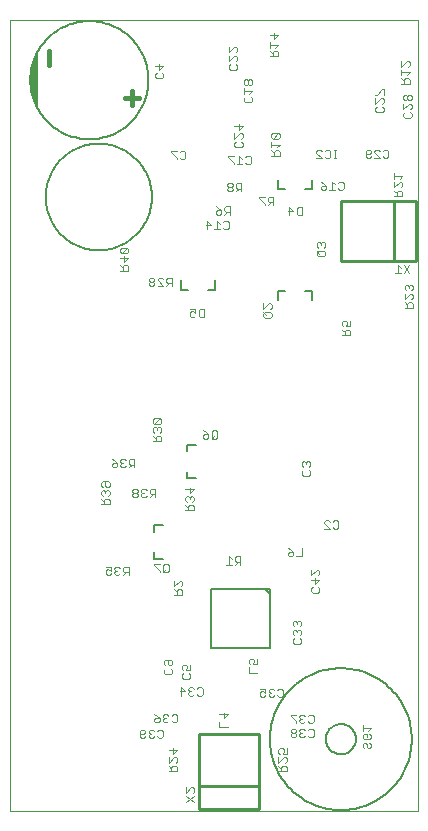
<source format=gbo>
G75*
G70*
%OFA0B0*%
%FSLAX24Y24*%
%IPPOS*%
%LPD*%
%AMOC8*
5,1,8,0,0,1.08239X$1,22.5*
%
%ADD10C,0.0000*%
%ADD11C,0.0040*%
%ADD12C,0.0060*%
%ADD13C,0.0100*%
%ADD14C,0.0079*%
%ADD15C,0.0170*%
%ADD16C,0.0150*%
%ADD17C,0.0050*%
D10*
X000219Y000139D02*
X000219Y026517D01*
X013801Y026517D01*
X013801Y000139D01*
X000219Y000139D01*
D11*
X003448Y008020D02*
X003402Y008066D01*
X003402Y008157D01*
X003448Y008203D01*
X003493Y008203D01*
X003585Y008157D01*
X003585Y008295D01*
X003402Y008295D01*
X003448Y008020D02*
X003539Y008020D01*
X003585Y008066D01*
X003692Y008066D02*
X003738Y008020D01*
X003829Y008020D01*
X003875Y008066D01*
X003982Y008020D02*
X004074Y008111D01*
X004028Y008111D02*
X004165Y008111D01*
X004165Y008020D02*
X004165Y008295D01*
X004028Y008295D01*
X003982Y008249D01*
X003982Y008157D01*
X004028Y008111D01*
X003875Y008249D02*
X003829Y008295D01*
X003738Y008295D01*
X003692Y008249D01*
X003692Y008203D01*
X003738Y008157D01*
X003692Y008111D01*
X003692Y008066D01*
X003738Y008157D02*
X003783Y008157D01*
X003532Y010366D02*
X003256Y010366D01*
X003348Y010366D02*
X003348Y010504D01*
X003394Y010550D01*
X003486Y010550D01*
X003532Y010504D01*
X003532Y010366D01*
X003348Y010458D02*
X003256Y010550D01*
X003302Y010656D02*
X003256Y010702D01*
X003256Y010794D01*
X003302Y010840D01*
X003348Y010840D01*
X003394Y010794D01*
X003394Y010748D01*
X003394Y010794D02*
X003440Y010840D01*
X003486Y010840D01*
X003532Y010794D01*
X003532Y010702D01*
X003486Y010656D01*
X003486Y010946D02*
X003440Y010946D01*
X003394Y010992D01*
X003394Y011130D01*
X003302Y011130D02*
X003486Y011130D01*
X003532Y011084D01*
X003532Y010992D01*
X003486Y010946D01*
X003302Y010946D02*
X003256Y010992D01*
X003256Y011084D01*
X003302Y011130D01*
X003644Y011602D02*
X003599Y011648D01*
X003599Y011694D01*
X003644Y011740D01*
X003782Y011740D01*
X003782Y011648D01*
X003736Y011602D01*
X003644Y011602D01*
X003782Y011740D02*
X003690Y011832D01*
X003599Y011878D01*
X003889Y011832D02*
X003889Y011786D01*
X003934Y011740D01*
X003889Y011694D01*
X003889Y011648D01*
X003934Y011602D01*
X004026Y011602D01*
X004072Y011648D01*
X004179Y011602D02*
X004270Y011694D01*
X004224Y011694D02*
X004362Y011694D01*
X004362Y011602D02*
X004362Y011878D01*
X004224Y011878D01*
X004179Y011832D01*
X004179Y011740D01*
X004224Y011694D01*
X004072Y011832D02*
X004026Y011878D01*
X003934Y011878D01*
X003889Y011832D01*
X003934Y011740D02*
X003980Y011740D01*
X004337Y010881D02*
X004292Y010836D01*
X004292Y010790D01*
X004337Y010744D01*
X004429Y010744D01*
X004475Y010790D01*
X004475Y010836D01*
X004429Y010881D01*
X004337Y010881D01*
X004337Y010744D02*
X004292Y010698D01*
X004292Y010652D01*
X004337Y010606D01*
X004429Y010606D01*
X004475Y010652D01*
X004475Y010698D01*
X004429Y010744D01*
X004582Y010790D02*
X004582Y010836D01*
X004627Y010881D01*
X004719Y010881D01*
X004765Y010836D01*
X004872Y010836D02*
X004872Y010744D01*
X004917Y010698D01*
X005055Y010698D01*
X004963Y010698D02*
X004872Y010606D01*
X004765Y010652D02*
X004719Y010606D01*
X004627Y010606D01*
X004582Y010652D01*
X004582Y010698D01*
X004627Y010744D01*
X004673Y010744D01*
X004627Y010744D02*
X004582Y010790D01*
X004872Y010836D02*
X004917Y010881D01*
X005055Y010881D01*
X005055Y010606D01*
X006060Y010593D02*
X006060Y010501D01*
X006105Y010455D01*
X006060Y010349D02*
X006151Y010257D01*
X006151Y010303D02*
X006151Y010165D01*
X006060Y010165D02*
X006335Y010165D01*
X006335Y010303D01*
X006289Y010349D01*
X006197Y010349D01*
X006151Y010303D01*
X006289Y010455D02*
X006335Y010501D01*
X006335Y010593D01*
X006289Y010639D01*
X006243Y010639D01*
X006197Y010593D01*
X006151Y010639D01*
X006105Y010639D01*
X006060Y010593D01*
X006197Y010593D02*
X006197Y010547D01*
X006197Y010745D02*
X006197Y010929D01*
X006060Y010883D02*
X006335Y010883D01*
X006197Y010745D01*
X006688Y012559D02*
X006642Y012605D01*
X006642Y012651D01*
X006688Y012697D01*
X006825Y012697D01*
X006825Y012605D01*
X006780Y012559D01*
X006688Y012559D01*
X006825Y012697D02*
X006734Y012788D01*
X006642Y012834D01*
X006932Y012788D02*
X006932Y012605D01*
X006978Y012559D01*
X007070Y012559D01*
X007115Y012605D01*
X007115Y012788D01*
X007070Y012834D01*
X006978Y012834D01*
X006932Y012788D01*
X007024Y012651D02*
X006932Y012559D01*
X005252Y012606D02*
X005206Y012652D01*
X005115Y012652D01*
X005069Y012606D01*
X005069Y012468D01*
X004977Y012468D02*
X005252Y012468D01*
X005252Y012606D01*
X005206Y012758D02*
X005252Y012804D01*
X005252Y012896D01*
X005206Y012942D01*
X005160Y012942D01*
X005115Y012896D01*
X005069Y012942D01*
X005023Y012942D01*
X004977Y012896D01*
X004977Y012804D01*
X005023Y012758D01*
X004977Y012652D02*
X005069Y012560D01*
X005115Y012850D02*
X005115Y012896D01*
X005023Y013048D02*
X005206Y013048D01*
X005252Y013094D01*
X005252Y013186D01*
X005206Y013232D01*
X005023Y013048D01*
X004977Y013094D01*
X004977Y013186D01*
X005023Y013232D01*
X005206Y013232D01*
X006255Y016614D02*
X006346Y016614D01*
X006392Y016660D01*
X006392Y016752D02*
X006301Y016798D01*
X006255Y016798D01*
X006209Y016752D01*
X006209Y016660D01*
X006255Y016614D01*
X006392Y016752D02*
X006392Y016889D01*
X006209Y016889D01*
X006499Y016843D02*
X006499Y016660D01*
X006545Y016614D01*
X006682Y016614D01*
X006682Y016889D01*
X006545Y016889D01*
X006499Y016843D01*
X005606Y017654D02*
X005606Y017929D01*
X005469Y017929D01*
X005423Y017883D01*
X005423Y017791D01*
X005469Y017745D01*
X005606Y017745D01*
X005514Y017745D02*
X005423Y017654D01*
X005316Y017654D02*
X005133Y017837D01*
X005133Y017883D01*
X005179Y017929D01*
X005270Y017929D01*
X005316Y017883D01*
X005316Y017654D02*
X005133Y017654D01*
X005026Y017699D02*
X005026Y017745D01*
X004980Y017791D01*
X004889Y017791D01*
X004843Y017745D01*
X004843Y017699D01*
X004889Y017654D01*
X004980Y017654D01*
X005026Y017699D01*
X004980Y017791D02*
X005026Y017837D01*
X005026Y017883D01*
X004980Y017929D01*
X004889Y017929D01*
X004843Y017883D01*
X004843Y017837D01*
X004889Y017791D01*
X004162Y018161D02*
X004162Y018299D01*
X004116Y018345D01*
X004024Y018345D01*
X003978Y018299D01*
X003978Y018161D01*
X003886Y018161D02*
X004162Y018161D01*
X004024Y018451D02*
X004024Y018635D01*
X004116Y018741D02*
X004162Y018787D01*
X004162Y018879D01*
X004116Y018925D01*
X003932Y018741D01*
X003886Y018787D01*
X003886Y018879D01*
X003932Y018925D01*
X004116Y018925D01*
X004116Y018741D02*
X003932Y018741D01*
X003886Y018589D02*
X004162Y018589D01*
X004024Y018451D01*
X003886Y018345D02*
X003978Y018253D01*
X005763Y021880D02*
X005763Y021926D01*
X005580Y022109D01*
X005580Y022155D01*
X005763Y022155D01*
X005870Y022109D02*
X005915Y022155D01*
X006007Y022155D01*
X006053Y022109D01*
X006053Y021926D01*
X006007Y021880D01*
X005915Y021880D01*
X005870Y021926D01*
X007063Y020303D02*
X007155Y020257D01*
X007247Y020165D01*
X007109Y020165D01*
X007063Y020119D01*
X007063Y020073D01*
X007109Y020028D01*
X007201Y020028D01*
X007247Y020073D01*
X007247Y020165D01*
X007353Y020165D02*
X007353Y020257D01*
X007399Y020303D01*
X007537Y020303D01*
X007537Y020028D01*
X007537Y020119D02*
X007399Y020119D01*
X007353Y020165D01*
X007445Y020119D02*
X007353Y020028D01*
X007358Y019818D02*
X007450Y019818D01*
X007496Y019773D01*
X007496Y019589D01*
X007450Y019543D01*
X007358Y019543D01*
X007313Y019589D01*
X007206Y019543D02*
X007023Y019543D01*
X007114Y019543D02*
X007114Y019818D01*
X007206Y019727D01*
X007313Y019773D02*
X007358Y019818D01*
X006916Y019681D02*
X006732Y019681D01*
X006778Y019818D02*
X006778Y019543D01*
X006916Y019681D02*
X006778Y019818D01*
X007501Y020803D02*
X007593Y020803D01*
X007639Y020849D01*
X007639Y020895D01*
X007593Y020941D01*
X007501Y020941D01*
X007456Y020895D01*
X007456Y020849D01*
X007501Y020803D01*
X007501Y020941D02*
X007456Y020987D01*
X007456Y021032D01*
X007501Y021078D01*
X007593Y021078D01*
X007639Y021032D01*
X007639Y020987D01*
X007593Y020941D01*
X007746Y020941D02*
X007791Y020895D01*
X007929Y020895D01*
X007837Y020895D02*
X007746Y020803D01*
X007746Y020941D02*
X007746Y021032D01*
X007791Y021078D01*
X007929Y021078D01*
X007929Y020803D01*
X007954Y021709D02*
X007771Y021709D01*
X007862Y021709D02*
X007862Y021984D01*
X007954Y021892D01*
X008061Y021938D02*
X008106Y021984D01*
X008198Y021984D01*
X008244Y021938D01*
X008244Y021754D01*
X008198Y021709D01*
X008106Y021709D01*
X008061Y021754D01*
X007923Y022272D02*
X007739Y022272D01*
X007693Y022317D01*
X007693Y022409D01*
X007739Y022455D01*
X007693Y022562D02*
X007877Y022745D01*
X007923Y022745D01*
X007969Y022699D01*
X007969Y022607D01*
X007923Y022562D01*
X007923Y022455D02*
X007969Y022409D01*
X007969Y022317D01*
X007923Y022272D01*
X007693Y022562D02*
X007693Y022745D01*
X007831Y022852D02*
X007831Y023035D01*
X007693Y022989D02*
X007969Y022989D01*
X007831Y022852D01*
X007664Y021984D02*
X007481Y021984D01*
X007481Y021938D01*
X007664Y021754D01*
X007664Y021709D01*
X008520Y020618D02*
X008520Y020572D01*
X008703Y020388D01*
X008703Y020342D01*
X008810Y020342D02*
X008902Y020434D01*
X008856Y020434D02*
X008993Y020434D01*
X008993Y020342D02*
X008993Y020618D01*
X008856Y020618D01*
X008810Y020572D01*
X008810Y020480D01*
X008856Y020434D01*
X008703Y020618D02*
X008520Y020618D01*
X008926Y021980D02*
X009201Y021980D01*
X009201Y022118D01*
X009155Y022164D01*
X009063Y022164D01*
X009017Y022118D01*
X009017Y021980D01*
X009017Y022072D02*
X008926Y022164D01*
X008926Y022270D02*
X008926Y022454D01*
X008926Y022362D02*
X009201Y022362D01*
X009109Y022270D01*
X009155Y022560D02*
X008972Y022560D01*
X009155Y022744D01*
X008972Y022744D01*
X008926Y022698D01*
X008926Y022606D01*
X008972Y022560D01*
X009155Y022560D02*
X009201Y022606D01*
X009201Y022698D01*
X009155Y022744D01*
X008238Y023768D02*
X008284Y023814D01*
X008284Y023905D01*
X008238Y023951D01*
X008192Y024058D02*
X008284Y024149D01*
X008008Y024149D01*
X008008Y024058D02*
X008008Y024241D01*
X008054Y024348D02*
X008100Y024348D01*
X008146Y024394D01*
X008146Y024485D01*
X008100Y024531D01*
X008054Y024531D01*
X008008Y024485D01*
X008008Y024394D01*
X008054Y024348D01*
X008146Y024394D02*
X008192Y024348D01*
X008238Y024348D01*
X008284Y024394D01*
X008284Y024485D01*
X008238Y024531D01*
X008192Y024531D01*
X008146Y024485D01*
X008054Y023951D02*
X008008Y023905D01*
X008008Y023814D01*
X008054Y023768D01*
X008238Y023768D01*
X007738Y024854D02*
X007554Y024854D01*
X007508Y024900D01*
X007508Y024992D01*
X007554Y025038D01*
X007508Y025144D02*
X007692Y025328D01*
X007738Y025328D01*
X007784Y025282D01*
X007784Y025190D01*
X007738Y025144D01*
X007738Y025038D02*
X007784Y024992D01*
X007784Y024900D01*
X007738Y024854D01*
X007508Y025144D02*
X007508Y025328D01*
X007508Y025434D02*
X007692Y025618D01*
X007738Y025618D01*
X007784Y025572D01*
X007784Y025480D01*
X007738Y025434D01*
X007508Y025434D02*
X007508Y025618D01*
X008875Y025593D02*
X008875Y025777D01*
X008875Y025685D02*
X009150Y025685D01*
X009058Y025593D01*
X009012Y025487D02*
X008966Y025441D01*
X008966Y025303D01*
X008875Y025303D02*
X009150Y025303D01*
X009150Y025441D01*
X009104Y025487D01*
X009012Y025487D01*
X008966Y025395D02*
X008875Y025487D01*
X009012Y025883D02*
X009012Y026067D01*
X008875Y026021D02*
X009150Y026021D01*
X009012Y025883D01*
X010467Y022178D02*
X010559Y022178D01*
X010605Y022132D01*
X010711Y022132D02*
X010757Y022178D01*
X010849Y022178D01*
X010895Y022132D01*
X010895Y021949D01*
X010849Y021903D01*
X010757Y021903D01*
X010711Y021949D01*
X010605Y021903D02*
X010421Y022086D01*
X010421Y022132D01*
X010467Y022178D01*
X010421Y021903D02*
X010605Y021903D01*
X010997Y021903D02*
X011088Y021903D01*
X011042Y021903D02*
X011042Y022178D01*
X010997Y022178D02*
X011088Y022178D01*
X011193Y021129D02*
X011285Y021129D01*
X011331Y021084D01*
X011331Y020900D01*
X011285Y020854D01*
X011193Y020854D01*
X011147Y020900D01*
X011041Y020854D02*
X010857Y020854D01*
X010949Y020854D02*
X010949Y021129D01*
X011041Y021038D01*
X011147Y021084D02*
X011193Y021129D01*
X010751Y020992D02*
X010613Y020992D01*
X010567Y020946D01*
X010567Y020900D01*
X010613Y020854D01*
X010705Y020854D01*
X010751Y020900D01*
X010751Y020992D01*
X010659Y021084D01*
X010567Y021129D01*
X009950Y020275D02*
X009950Y020000D01*
X009812Y020000D01*
X009767Y020046D01*
X009767Y020229D01*
X009812Y020275D01*
X009950Y020275D01*
X009660Y020138D02*
X009477Y020138D01*
X009522Y020275D02*
X009522Y020000D01*
X009660Y020138D02*
X009522Y020275D01*
X010479Y019110D02*
X010434Y019064D01*
X010434Y018972D01*
X010479Y018926D01*
X010479Y018820D02*
X010434Y018774D01*
X010434Y018682D01*
X010479Y018636D01*
X010663Y018636D01*
X010709Y018682D01*
X010709Y018774D01*
X010663Y018820D01*
X010479Y018820D01*
X010434Y018820D02*
X010525Y018728D01*
X010663Y018926D02*
X010709Y018972D01*
X010709Y019064D01*
X010663Y019110D01*
X010617Y019110D01*
X010571Y019064D01*
X010525Y019110D01*
X010479Y019110D01*
X010571Y019064D02*
X010571Y019018D01*
X011322Y016485D02*
X011276Y016439D01*
X011276Y016348D01*
X011322Y016302D01*
X011414Y016302D02*
X011460Y016394D01*
X011460Y016439D01*
X011414Y016485D01*
X011322Y016485D01*
X011414Y016302D02*
X011551Y016302D01*
X011551Y016485D01*
X011505Y016195D02*
X011414Y016195D01*
X011368Y016149D01*
X011368Y016012D01*
X011368Y016104D02*
X011276Y016195D01*
X011276Y016012D02*
X011551Y016012D01*
X011551Y016149D01*
X011505Y016195D01*
X013048Y018077D02*
X013232Y018077D01*
X013140Y018077D02*
X013140Y018352D01*
X013232Y018260D01*
X013338Y018352D02*
X013522Y018077D01*
X013338Y018077D02*
X013522Y018352D01*
X013546Y017681D02*
X013500Y017635D01*
X013454Y017681D01*
X013409Y017681D01*
X013363Y017635D01*
X013363Y017543D01*
X013409Y017497D01*
X013363Y017391D02*
X013363Y017207D01*
X013546Y017391D01*
X013592Y017391D01*
X013638Y017345D01*
X013638Y017253D01*
X013592Y017207D01*
X013592Y017101D02*
X013500Y017101D01*
X013454Y017055D01*
X013454Y016917D01*
X013363Y016917D02*
X013638Y016917D01*
X013638Y017055D01*
X013592Y017101D01*
X013454Y017009D02*
X013363Y017101D01*
X013592Y017497D02*
X013638Y017543D01*
X013638Y017635D01*
X013592Y017681D01*
X013546Y017681D01*
X013500Y017635D02*
X013500Y017589D01*
X013295Y020642D02*
X013020Y020642D01*
X013112Y020642D02*
X013112Y020779D01*
X013158Y020825D01*
X013250Y020825D01*
X013295Y020779D01*
X013295Y020642D01*
X013112Y020733D02*
X013020Y020825D01*
X013020Y020932D02*
X013204Y021115D01*
X013250Y021115D01*
X013295Y021069D01*
X013295Y020978D01*
X013250Y020932D01*
X013204Y021222D02*
X013295Y021313D01*
X013020Y021313D01*
X013020Y021222D02*
X013020Y021405D01*
X013020Y021115D02*
X013020Y020932D01*
X012781Y021917D02*
X012689Y021917D01*
X012643Y021963D01*
X012537Y021917D02*
X012353Y022101D01*
X012353Y022147D01*
X012399Y022192D01*
X012491Y022192D01*
X012537Y022147D01*
X012643Y022147D02*
X012689Y022192D01*
X012781Y022192D01*
X012827Y022147D01*
X012827Y021963D01*
X012781Y021917D01*
X012537Y021917D02*
X012353Y021917D01*
X012247Y021963D02*
X012201Y021917D01*
X012109Y021917D01*
X012063Y021963D01*
X012063Y022147D01*
X012109Y022192D01*
X012201Y022192D01*
X012247Y022147D01*
X012247Y022101D01*
X012201Y022055D01*
X012063Y022055D01*
X012436Y023437D02*
X012390Y023483D01*
X012390Y023575D01*
X012436Y023620D01*
X012390Y023727D02*
X012574Y023910D01*
X012620Y023910D01*
X012666Y023865D01*
X012666Y023773D01*
X012620Y023727D01*
X012620Y023620D02*
X012666Y023575D01*
X012666Y023483D01*
X012620Y023437D01*
X012436Y023437D01*
X012390Y023727D02*
X012390Y023910D01*
X012390Y024017D02*
X012436Y024017D01*
X012620Y024200D01*
X012666Y024200D01*
X012666Y024017D01*
X013323Y023973D02*
X013323Y023882D01*
X013369Y023836D01*
X013415Y023836D01*
X013461Y023882D01*
X013461Y023973D01*
X013415Y024019D01*
X013369Y024019D01*
X013323Y023973D01*
X013461Y023973D02*
X013507Y024019D01*
X013553Y024019D01*
X013599Y023973D01*
X013599Y023882D01*
X013553Y023836D01*
X013507Y023836D01*
X013461Y023882D01*
X013507Y023729D02*
X013323Y023546D01*
X013323Y023729D01*
X013507Y023729D02*
X013553Y023729D01*
X013599Y023683D01*
X013599Y023592D01*
X013553Y023546D01*
X013553Y023439D02*
X013599Y023393D01*
X013599Y023302D01*
X013553Y023256D01*
X013369Y023256D01*
X013323Y023302D01*
X013323Y023393D01*
X013369Y023439D01*
X013348Y024382D02*
X013348Y024519D01*
X013394Y024565D01*
X013486Y024565D01*
X013532Y024519D01*
X013532Y024382D01*
X013256Y024382D01*
X013348Y024474D02*
X013256Y024565D01*
X013256Y024672D02*
X013256Y024855D01*
X013256Y024764D02*
X013532Y024764D01*
X013440Y024672D01*
X013486Y024962D02*
X013532Y025008D01*
X013532Y025100D01*
X013486Y025145D01*
X013440Y025145D01*
X013256Y024962D01*
X013256Y025145D01*
X008891Y017063D02*
X008937Y017017D01*
X008937Y016925D01*
X008891Y016879D01*
X008891Y016773D02*
X008708Y016773D01*
X008662Y016727D01*
X008662Y016635D01*
X008708Y016589D01*
X008891Y016589D01*
X008937Y016635D01*
X008937Y016727D01*
X008891Y016773D01*
X008754Y016681D02*
X008662Y016773D01*
X008662Y016879D02*
X008845Y017063D01*
X008891Y017063D01*
X008662Y017063D02*
X008662Y016879D01*
X009983Y011800D02*
X009938Y011754D01*
X009938Y011663D01*
X009983Y011617D01*
X009983Y011510D02*
X009938Y011464D01*
X009938Y011373D01*
X009983Y011327D01*
X010167Y011327D01*
X010213Y011373D01*
X010213Y011464D01*
X010167Y011510D01*
X010167Y011617D02*
X010213Y011663D01*
X010213Y011754D01*
X010167Y011800D01*
X010121Y011800D01*
X010075Y011754D01*
X010029Y011800D01*
X009983Y011800D01*
X010075Y011754D02*
X010075Y011708D01*
X010731Y009830D02*
X010823Y009830D01*
X010869Y009784D01*
X010975Y009784D02*
X011021Y009830D01*
X011113Y009830D01*
X011159Y009784D01*
X011159Y009601D01*
X011113Y009555D01*
X011021Y009555D01*
X010975Y009601D01*
X010869Y009555D02*
X010685Y009739D01*
X010685Y009784D01*
X010731Y009830D01*
X010685Y009555D02*
X010869Y009555D01*
X010480Y008191D02*
X010526Y008145D01*
X010526Y008053D01*
X010480Y008007D01*
X010388Y007901D02*
X010388Y007717D01*
X010526Y007855D01*
X010251Y007855D01*
X010251Y008007D02*
X010434Y008191D01*
X010480Y008191D01*
X010251Y008191D02*
X010251Y008007D01*
X010296Y007611D02*
X010251Y007565D01*
X010251Y007473D01*
X010296Y007427D01*
X010480Y007427D01*
X010526Y007473D01*
X010526Y007565D01*
X010480Y007611D01*
X009937Y008638D02*
X009753Y008638D01*
X009647Y008684D02*
X009601Y008638D01*
X009509Y008638D01*
X009463Y008684D01*
X009463Y008729D01*
X009509Y008775D01*
X009647Y008775D01*
X009647Y008684D01*
X009647Y008775D02*
X009555Y008867D01*
X009463Y008913D01*
X009937Y008913D02*
X009937Y008638D01*
X009864Y006484D02*
X009818Y006484D01*
X009772Y006438D01*
X009726Y006484D01*
X009680Y006484D01*
X009634Y006438D01*
X009634Y006346D01*
X009680Y006300D01*
X009680Y006194D02*
X009634Y006148D01*
X009634Y006056D01*
X009680Y006010D01*
X009680Y005904D02*
X009634Y005858D01*
X009634Y005766D01*
X009680Y005720D01*
X009864Y005720D01*
X009910Y005766D01*
X009910Y005858D01*
X009864Y005904D01*
X009864Y006010D02*
X009910Y006056D01*
X009910Y006148D01*
X009864Y006194D01*
X009818Y006194D01*
X009772Y006148D01*
X009726Y006194D01*
X009680Y006194D01*
X009772Y006148D02*
X009772Y006102D01*
X009864Y006300D02*
X009910Y006346D01*
X009910Y006438D01*
X009864Y006484D01*
X009772Y006438D02*
X009772Y006392D01*
X009261Y004228D02*
X009169Y004228D01*
X009124Y004182D01*
X009017Y004182D02*
X008971Y004228D01*
X008879Y004228D01*
X008834Y004182D01*
X008834Y004136D01*
X008879Y004090D01*
X008834Y004044D01*
X008834Y003999D01*
X008879Y003953D01*
X008971Y003953D01*
X009017Y003999D01*
X009124Y003999D02*
X009169Y003953D01*
X009261Y003953D01*
X009307Y003999D01*
X009307Y004182D01*
X009261Y004228D01*
X008925Y004090D02*
X008879Y004090D01*
X008727Y004090D02*
X008635Y004136D01*
X008589Y004136D01*
X008544Y004090D01*
X008544Y003999D01*
X008589Y003953D01*
X008681Y003953D01*
X008727Y003999D01*
X008727Y004090D02*
X008727Y004228D01*
X008544Y004228D01*
X008453Y004751D02*
X008178Y004751D01*
X008178Y004934D01*
X008224Y005041D02*
X008178Y005087D01*
X008178Y005178D01*
X008224Y005224D01*
X008315Y005224D01*
X008361Y005178D01*
X008361Y005132D01*
X008315Y005041D01*
X008453Y005041D01*
X008453Y005224D01*
X007469Y003367D02*
X007331Y003230D01*
X007331Y003413D01*
X007193Y003367D02*
X007469Y003367D01*
X007193Y003123D02*
X007193Y002940D01*
X007469Y002940D01*
X006584Y003992D02*
X006492Y003992D01*
X006446Y004038D01*
X006340Y004038D02*
X006294Y003992D01*
X006202Y003992D01*
X006156Y004038D01*
X006156Y004084D01*
X006202Y004130D01*
X006248Y004130D01*
X006202Y004130D02*
X006156Y004176D01*
X006156Y004221D01*
X006202Y004267D01*
X006294Y004267D01*
X006340Y004221D01*
X006446Y004221D02*
X006492Y004267D01*
X006584Y004267D01*
X006630Y004221D01*
X006630Y004038D01*
X006584Y003992D01*
X006163Y004554D02*
X006209Y004600D01*
X006209Y004691D01*
X006163Y004737D01*
X006209Y004844D02*
X006071Y004844D01*
X006117Y004936D01*
X006117Y004981D01*
X006071Y005027D01*
X005979Y005027D01*
X005934Y004981D01*
X005934Y004890D01*
X005979Y004844D01*
X005979Y004737D02*
X005934Y004691D01*
X005934Y004600D01*
X005979Y004554D01*
X006163Y004554D01*
X006209Y004844D02*
X006209Y005027D01*
X005912Y004267D02*
X006050Y004130D01*
X005866Y004130D01*
X005912Y004267D02*
X005912Y003992D01*
X005734Y003374D02*
X005642Y003374D01*
X005596Y003328D01*
X005489Y003328D02*
X005444Y003374D01*
X005352Y003374D01*
X005306Y003328D01*
X005306Y003282D01*
X005352Y003236D01*
X005306Y003190D01*
X005306Y003144D01*
X005352Y003098D01*
X005444Y003098D01*
X005489Y003144D01*
X005596Y003144D02*
X005642Y003098D01*
X005734Y003098D01*
X005779Y003144D01*
X005779Y003328D01*
X005734Y003374D01*
X005398Y003236D02*
X005352Y003236D01*
X005199Y003236D02*
X005062Y003236D01*
X005016Y003190D01*
X005016Y003144D01*
X005062Y003098D01*
X005154Y003098D01*
X005199Y003144D01*
X005199Y003236D01*
X005108Y003328D01*
X005016Y003374D01*
X004971Y002862D02*
X004879Y002862D01*
X004833Y002816D01*
X004833Y002770D01*
X004879Y002724D01*
X004833Y002678D01*
X004833Y002632D01*
X004879Y002587D01*
X004971Y002587D01*
X005017Y002632D01*
X005124Y002632D02*
X005169Y002587D01*
X005261Y002587D01*
X005307Y002632D01*
X005307Y002816D01*
X005261Y002862D01*
X005169Y002862D01*
X005124Y002816D01*
X005017Y002816D02*
X004971Y002862D01*
X004925Y002724D02*
X004879Y002724D01*
X004727Y002770D02*
X004681Y002724D01*
X004543Y002724D01*
X004543Y002632D02*
X004543Y002816D01*
X004589Y002862D01*
X004681Y002862D01*
X004727Y002816D01*
X004727Y002770D01*
X004727Y002632D02*
X004681Y002587D01*
X004589Y002587D01*
X004543Y002632D01*
X005501Y002186D02*
X005776Y002186D01*
X005638Y002049D01*
X005638Y002232D01*
X005684Y001942D02*
X005730Y001942D01*
X005776Y001896D01*
X005776Y001804D01*
X005730Y001759D01*
X005730Y001652D02*
X005638Y001652D01*
X005592Y001606D01*
X005592Y001469D01*
X005592Y001560D02*
X005501Y001652D01*
X005501Y001759D02*
X005684Y001942D01*
X005501Y001942D02*
X005501Y001759D01*
X005501Y001469D02*
X005776Y001469D01*
X005776Y001606D01*
X005730Y001652D01*
X006069Y000932D02*
X006069Y000749D01*
X006253Y000932D01*
X006299Y000932D01*
X006345Y000886D01*
X006345Y000794D01*
X006299Y000749D01*
X006345Y000642D02*
X006069Y000459D01*
X006069Y000642D02*
X006345Y000459D01*
X005572Y004711D02*
X005389Y004711D01*
X005343Y004757D01*
X005343Y004849D01*
X005389Y004895D01*
X005389Y005001D02*
X005343Y005047D01*
X005343Y005139D01*
X005389Y005185D01*
X005572Y005185D01*
X005618Y005139D01*
X005618Y005047D01*
X005572Y005001D01*
X005527Y005001D01*
X005481Y005047D01*
X005481Y005185D01*
X005572Y004895D02*
X005618Y004849D01*
X005618Y004757D01*
X005572Y004711D01*
X005686Y007350D02*
X005961Y007350D01*
X005961Y007488D01*
X005915Y007534D01*
X005823Y007534D01*
X005777Y007488D01*
X005777Y007350D01*
X005777Y007442D02*
X005686Y007534D01*
X005686Y007640D02*
X005869Y007824D01*
X005915Y007824D01*
X005961Y007778D01*
X005961Y007686D01*
X005915Y007640D01*
X005686Y007640D02*
X005686Y007824D01*
X005455Y008110D02*
X005501Y008156D01*
X005501Y008340D01*
X005455Y008385D01*
X005364Y008385D01*
X005318Y008340D01*
X005318Y008156D01*
X005364Y008110D01*
X005455Y008110D01*
X005409Y008202D02*
X005318Y008110D01*
X005211Y008110D02*
X005211Y008156D01*
X005028Y008340D01*
X005028Y008385D01*
X005211Y008385D01*
X007416Y008362D02*
X007600Y008362D01*
X007508Y008362D02*
X007508Y008637D01*
X007600Y008546D01*
X007706Y008591D02*
X007752Y008637D01*
X007890Y008637D01*
X007890Y008362D01*
X007890Y008454D02*
X007752Y008454D01*
X007706Y008500D01*
X007706Y008591D01*
X007798Y008454D02*
X007706Y008362D01*
X009567Y003362D02*
X009567Y003316D01*
X009751Y003132D01*
X009751Y003087D01*
X009857Y003132D02*
X009903Y003087D01*
X009995Y003087D01*
X010041Y003132D01*
X010147Y003132D02*
X010193Y003087D01*
X010285Y003087D01*
X010331Y003132D01*
X010331Y003316D01*
X010285Y003362D01*
X010193Y003362D01*
X010147Y003316D01*
X010041Y003316D02*
X009995Y003362D01*
X009903Y003362D01*
X009857Y003316D01*
X009857Y003270D01*
X009903Y003224D01*
X009857Y003178D01*
X009857Y003132D01*
X009903Y003224D02*
X009949Y003224D01*
X009751Y003362D02*
X009567Y003362D01*
X009613Y002889D02*
X009567Y002843D01*
X009567Y002798D01*
X009613Y002752D01*
X009705Y002752D01*
X009751Y002798D01*
X009751Y002843D01*
X009705Y002889D01*
X009613Y002889D01*
X009613Y002752D02*
X009567Y002706D01*
X009567Y002660D01*
X009613Y002614D01*
X009705Y002614D01*
X009751Y002660D01*
X009751Y002706D01*
X009705Y002752D01*
X009857Y002798D02*
X009903Y002752D01*
X009857Y002706D01*
X009857Y002660D01*
X009903Y002614D01*
X009995Y002614D01*
X010041Y002660D01*
X010147Y002660D02*
X010193Y002614D01*
X010285Y002614D01*
X010331Y002660D01*
X010331Y002843D01*
X010285Y002889D01*
X010193Y002889D01*
X010147Y002843D01*
X010041Y002843D02*
X009995Y002889D01*
X009903Y002889D01*
X009857Y002843D01*
X009857Y002798D01*
X009903Y002752D02*
X009949Y002752D01*
X009437Y002232D02*
X009437Y002049D01*
X009300Y002049D01*
X009345Y002140D01*
X009345Y002186D01*
X009300Y002232D01*
X009208Y002232D01*
X009162Y002186D01*
X009162Y002094D01*
X009208Y002049D01*
X009162Y001942D02*
X009162Y001759D01*
X009345Y001942D01*
X009391Y001942D01*
X009437Y001896D01*
X009437Y001804D01*
X009391Y001759D01*
X009391Y001652D02*
X009300Y001652D01*
X009254Y001606D01*
X009254Y001469D01*
X009254Y001560D02*
X009162Y001652D01*
X009162Y001469D02*
X009437Y001469D01*
X009437Y001606D01*
X009391Y001652D01*
X011965Y002287D02*
X012011Y002241D01*
X011965Y002287D02*
X011965Y002379D01*
X012011Y002425D01*
X012057Y002425D01*
X012103Y002379D01*
X012103Y002287D01*
X012149Y002241D01*
X012194Y002241D01*
X012240Y002287D01*
X012240Y002379D01*
X012194Y002425D01*
X012194Y002531D02*
X012011Y002531D01*
X011965Y002577D01*
X011965Y002669D01*
X012011Y002715D01*
X012103Y002715D01*
X012103Y002623D01*
X012194Y002531D02*
X012240Y002577D01*
X012240Y002669D01*
X012194Y002715D01*
X012149Y002821D02*
X012240Y002913D01*
X011965Y002913D01*
X011965Y002821D02*
X011965Y003005D01*
X005283Y024568D02*
X005100Y024568D01*
X005054Y024613D01*
X005054Y024705D01*
X005100Y024751D01*
X005191Y024858D02*
X005191Y025041D01*
X005054Y024995D02*
X005329Y024995D01*
X005191Y024858D01*
X005283Y024751D02*
X005329Y024705D01*
X005329Y024613D01*
X005283Y024568D01*
D12*
X005919Y017837D02*
X005919Y017517D01*
X006139Y017517D01*
X006819Y017517D02*
X007039Y017517D01*
X007039Y017837D01*
X009147Y017486D02*
X009147Y017166D01*
X009147Y017486D02*
X009367Y017486D01*
X010047Y017486D02*
X010267Y017486D01*
X010267Y017166D01*
X010267Y020864D02*
X010047Y020864D01*
X010267Y020864D02*
X010267Y021184D01*
X009367Y020864D02*
X009147Y020864D01*
X009147Y021184D01*
X006420Y012353D02*
X006100Y012353D01*
X006100Y012133D01*
X006100Y011453D02*
X006100Y011233D01*
X006420Y011233D01*
X005318Y009676D02*
X004998Y009676D01*
X004998Y009456D01*
X004998Y008776D02*
X004998Y008556D01*
X005318Y008556D01*
X010742Y002541D02*
X010744Y002585D01*
X010750Y002629D01*
X010760Y002672D01*
X010773Y002714D01*
X010790Y002755D01*
X010811Y002794D01*
X010835Y002831D01*
X010862Y002866D01*
X010892Y002898D01*
X010925Y002928D01*
X010961Y002954D01*
X010998Y002978D01*
X011038Y002997D01*
X011079Y003014D01*
X011122Y003026D01*
X011165Y003035D01*
X011209Y003040D01*
X011253Y003041D01*
X011297Y003038D01*
X011341Y003031D01*
X011384Y003020D01*
X011426Y003006D01*
X011466Y002988D01*
X011505Y002966D01*
X011541Y002942D01*
X011575Y002914D01*
X011607Y002883D01*
X011636Y002849D01*
X011662Y002813D01*
X011684Y002775D01*
X011703Y002735D01*
X011718Y002693D01*
X011730Y002651D01*
X011738Y002607D01*
X011742Y002563D01*
X011742Y002519D01*
X011738Y002475D01*
X011730Y002431D01*
X011718Y002389D01*
X011703Y002347D01*
X011684Y002307D01*
X011662Y002269D01*
X011636Y002233D01*
X011607Y002199D01*
X011575Y002168D01*
X011541Y002140D01*
X011505Y002116D01*
X011466Y002094D01*
X011426Y002076D01*
X011384Y002062D01*
X011341Y002051D01*
X011297Y002044D01*
X011253Y002041D01*
X011209Y002042D01*
X011165Y002047D01*
X011122Y002056D01*
X011079Y002068D01*
X011038Y002085D01*
X010998Y002104D01*
X010961Y002128D01*
X010925Y002154D01*
X010892Y002184D01*
X010862Y002216D01*
X010835Y002251D01*
X010811Y002288D01*
X010790Y002327D01*
X010773Y002368D01*
X010760Y002410D01*
X010750Y002453D01*
X010744Y002497D01*
X010742Y002541D01*
X008880Y002541D02*
X008883Y002657D01*
X008891Y002773D01*
X008906Y002888D01*
X008925Y003002D01*
X008951Y003115D01*
X008982Y003227D01*
X009018Y003337D01*
X009060Y003445D01*
X009107Y003551D01*
X009159Y003654D01*
X009216Y003755D01*
X009278Y003853D01*
X009345Y003948D01*
X009416Y004039D01*
X009492Y004127D01*
X009572Y004211D01*
X009656Y004291D01*
X009744Y004367D01*
X009835Y004438D01*
X009930Y004505D01*
X010028Y004567D01*
X010129Y004624D01*
X010232Y004676D01*
X010338Y004723D01*
X010446Y004765D01*
X010556Y004801D01*
X010668Y004832D01*
X010781Y004858D01*
X010895Y004877D01*
X011010Y004892D01*
X011126Y004900D01*
X011242Y004903D01*
X011358Y004900D01*
X011474Y004892D01*
X011589Y004877D01*
X011703Y004858D01*
X011816Y004832D01*
X011928Y004801D01*
X012038Y004765D01*
X012146Y004723D01*
X012252Y004676D01*
X012355Y004624D01*
X012456Y004567D01*
X012554Y004505D01*
X012649Y004438D01*
X012740Y004367D01*
X012828Y004291D01*
X012912Y004211D01*
X012992Y004127D01*
X013068Y004039D01*
X013139Y003948D01*
X013206Y003853D01*
X013268Y003755D01*
X013325Y003654D01*
X013377Y003551D01*
X013424Y003445D01*
X013466Y003337D01*
X013502Y003227D01*
X013533Y003115D01*
X013559Y003002D01*
X013578Y002888D01*
X013593Y002773D01*
X013601Y002657D01*
X013604Y002541D01*
X013601Y002425D01*
X013593Y002309D01*
X013578Y002194D01*
X013559Y002080D01*
X013533Y001967D01*
X013502Y001855D01*
X013466Y001745D01*
X013424Y001637D01*
X013377Y001531D01*
X013325Y001428D01*
X013268Y001327D01*
X013206Y001229D01*
X013139Y001134D01*
X013068Y001043D01*
X012992Y000955D01*
X012912Y000871D01*
X012828Y000791D01*
X012740Y000715D01*
X012649Y000644D01*
X012554Y000577D01*
X012456Y000515D01*
X012355Y000458D01*
X012252Y000406D01*
X012146Y000359D01*
X012038Y000317D01*
X011928Y000281D01*
X011816Y000250D01*
X011703Y000224D01*
X011589Y000205D01*
X011474Y000190D01*
X011358Y000182D01*
X011242Y000179D01*
X011126Y000182D01*
X011010Y000190D01*
X010895Y000205D01*
X010781Y000224D01*
X010668Y000250D01*
X010556Y000281D01*
X010446Y000317D01*
X010338Y000359D01*
X010232Y000406D01*
X010129Y000458D01*
X010028Y000515D01*
X009930Y000577D01*
X009835Y000644D01*
X009744Y000715D01*
X009656Y000791D01*
X009572Y000871D01*
X009492Y000955D01*
X009416Y001043D01*
X009345Y001134D01*
X009278Y001229D01*
X009216Y001327D01*
X009159Y001428D01*
X009107Y001531D01*
X009060Y001637D01*
X009018Y001745D01*
X008982Y001855D01*
X008951Y001967D01*
X008925Y002080D01*
X008906Y002194D01*
X008891Y002309D01*
X008883Y002425D01*
X008880Y002541D01*
D13*
X008502Y002728D02*
X006502Y002728D01*
X006502Y000978D01*
X008502Y000978D01*
X008502Y002728D01*
X008502Y000978D02*
X008502Y000228D01*
X006502Y000228D01*
X006502Y000978D01*
X011252Y018470D02*
X013002Y018470D01*
X013002Y020470D01*
X011252Y020470D01*
X011252Y018470D01*
X013002Y018470D02*
X013752Y018470D01*
X013752Y020470D01*
X013002Y020470D01*
D14*
X001399Y020612D02*
X001401Y020699D01*
X001408Y020786D01*
X001418Y020872D01*
X001433Y020958D01*
X001452Y021043D01*
X001475Y021126D01*
X001503Y021209D01*
X001534Y021290D01*
X001569Y021370D01*
X001608Y021447D01*
X001651Y021523D01*
X001698Y021596D01*
X001748Y021668D01*
X001801Y021736D01*
X001858Y021802D01*
X001918Y021865D01*
X001981Y021925D01*
X002047Y021982D01*
X002115Y022035D01*
X002187Y022085D01*
X002260Y022132D01*
X002336Y022175D01*
X002413Y022214D01*
X002493Y022249D01*
X002574Y022280D01*
X002657Y022308D01*
X002740Y022331D01*
X002825Y022350D01*
X002911Y022365D01*
X002997Y022375D01*
X003084Y022382D01*
X003171Y022384D01*
X003258Y022382D01*
X003345Y022375D01*
X003431Y022365D01*
X003517Y022350D01*
X003602Y022331D01*
X003685Y022308D01*
X003768Y022280D01*
X003849Y022249D01*
X003929Y022214D01*
X004006Y022175D01*
X004082Y022132D01*
X004155Y022085D01*
X004227Y022035D01*
X004295Y021982D01*
X004361Y021925D01*
X004424Y021865D01*
X004484Y021802D01*
X004541Y021736D01*
X004594Y021668D01*
X004644Y021596D01*
X004691Y021523D01*
X004734Y021447D01*
X004773Y021370D01*
X004808Y021290D01*
X004839Y021209D01*
X004867Y021126D01*
X004890Y021043D01*
X004909Y020958D01*
X004924Y020872D01*
X004934Y020786D01*
X004941Y020699D01*
X004943Y020612D01*
X004941Y020525D01*
X004934Y020438D01*
X004924Y020352D01*
X004909Y020266D01*
X004890Y020181D01*
X004867Y020098D01*
X004839Y020015D01*
X004808Y019934D01*
X004773Y019854D01*
X004734Y019777D01*
X004691Y019701D01*
X004644Y019628D01*
X004594Y019556D01*
X004541Y019488D01*
X004484Y019422D01*
X004424Y019359D01*
X004361Y019299D01*
X004295Y019242D01*
X004227Y019189D01*
X004155Y019139D01*
X004082Y019092D01*
X004006Y019049D01*
X003929Y019010D01*
X003849Y018975D01*
X003768Y018944D01*
X003685Y018916D01*
X003602Y018893D01*
X003517Y018874D01*
X003431Y018859D01*
X003345Y018849D01*
X003258Y018842D01*
X003171Y018840D01*
X003084Y018842D01*
X002997Y018849D01*
X002911Y018859D01*
X002825Y018874D01*
X002740Y018893D01*
X002657Y018916D01*
X002574Y018944D01*
X002493Y018975D01*
X002413Y019010D01*
X002336Y019049D01*
X002260Y019092D01*
X002187Y019139D01*
X002115Y019189D01*
X002047Y019242D01*
X001981Y019299D01*
X001918Y019359D01*
X001858Y019422D01*
X001801Y019488D01*
X001748Y019556D01*
X001698Y019628D01*
X001651Y019701D01*
X001608Y019777D01*
X001569Y019854D01*
X001534Y019934D01*
X001503Y020015D01*
X001475Y020098D01*
X001452Y020181D01*
X001433Y020266D01*
X001418Y020352D01*
X001408Y020438D01*
X001401Y020525D01*
X001399Y020612D01*
X000888Y024509D02*
X000890Y024606D01*
X000897Y024702D01*
X000909Y024798D01*
X000926Y024893D01*
X000947Y024987D01*
X000973Y025081D01*
X001003Y025172D01*
X001038Y025263D01*
X001077Y025351D01*
X001120Y025437D01*
X001168Y025521D01*
X001220Y025603D01*
X001275Y025682D01*
X001335Y025758D01*
X001398Y025831D01*
X001465Y025901D01*
X001535Y025968D01*
X001608Y026031D01*
X001684Y026091D01*
X001763Y026146D01*
X001845Y026198D01*
X001929Y026246D01*
X002015Y026289D01*
X002103Y026328D01*
X002194Y026363D01*
X002285Y026393D01*
X002379Y026419D01*
X002473Y026440D01*
X002568Y026457D01*
X002664Y026469D01*
X002760Y026476D01*
X002857Y026478D01*
X002954Y026476D01*
X003050Y026469D01*
X003146Y026457D01*
X003241Y026440D01*
X003335Y026419D01*
X003429Y026393D01*
X003520Y026363D01*
X003611Y026328D01*
X003699Y026289D01*
X003785Y026246D01*
X003869Y026198D01*
X003951Y026146D01*
X004030Y026091D01*
X004106Y026031D01*
X004179Y025968D01*
X004249Y025901D01*
X004316Y025831D01*
X004379Y025758D01*
X004439Y025682D01*
X004494Y025603D01*
X004546Y025521D01*
X004594Y025437D01*
X004637Y025351D01*
X004676Y025263D01*
X004711Y025172D01*
X004741Y025081D01*
X004767Y024987D01*
X004788Y024893D01*
X004805Y024798D01*
X004817Y024702D01*
X004824Y024606D01*
X004826Y024509D01*
X004824Y024412D01*
X004817Y024316D01*
X004805Y024220D01*
X004788Y024125D01*
X004767Y024031D01*
X004741Y023937D01*
X004711Y023846D01*
X004676Y023755D01*
X004637Y023667D01*
X004594Y023581D01*
X004546Y023497D01*
X004494Y023415D01*
X004439Y023336D01*
X004379Y023260D01*
X004316Y023187D01*
X004249Y023117D01*
X004179Y023050D01*
X004106Y022987D01*
X004030Y022927D01*
X003951Y022872D01*
X003869Y022820D01*
X003785Y022772D01*
X003699Y022729D01*
X003611Y022690D01*
X003520Y022655D01*
X003429Y022625D01*
X003335Y022599D01*
X003241Y022578D01*
X003146Y022561D01*
X003050Y022549D01*
X002954Y022542D01*
X002857Y022540D01*
X002760Y022542D01*
X002664Y022549D01*
X002568Y022561D01*
X002473Y022578D01*
X002379Y022599D01*
X002285Y022625D01*
X002194Y022655D01*
X002103Y022690D01*
X002015Y022729D01*
X001929Y022772D01*
X001845Y022820D01*
X001763Y022872D01*
X001684Y022927D01*
X001608Y022987D01*
X001535Y023050D01*
X001465Y023117D01*
X001398Y023187D01*
X001335Y023260D01*
X001275Y023336D01*
X001220Y023415D01*
X001168Y023497D01*
X001120Y023581D01*
X001077Y023667D01*
X001038Y023755D01*
X001003Y023846D01*
X000973Y023937D01*
X000947Y024031D01*
X000926Y024125D01*
X000909Y024220D01*
X000897Y024316D01*
X000890Y024412D01*
X000888Y024509D01*
D15*
X001515Y025028D02*
X001515Y025488D01*
D16*
X004034Y023916D02*
X004508Y023916D01*
X004271Y023679D02*
X004271Y024153D01*
D17*
X001124Y023584D02*
X001124Y025435D01*
X001085Y025336D02*
X001085Y023761D01*
X001046Y023761D01*
X001046Y025258D01*
X001006Y025139D02*
X001006Y023880D01*
X000967Y023998D02*
X000967Y025021D01*
X000927Y024824D02*
X000927Y024195D01*
X001085Y023761D02*
X001085Y023683D01*
X006912Y007541D02*
X006912Y005572D01*
X008880Y005572D01*
X008880Y007384D01*
X008723Y007541D01*
X006912Y007541D01*
X008723Y007541D02*
X008880Y007541D01*
X008880Y007384D01*
M02*

</source>
